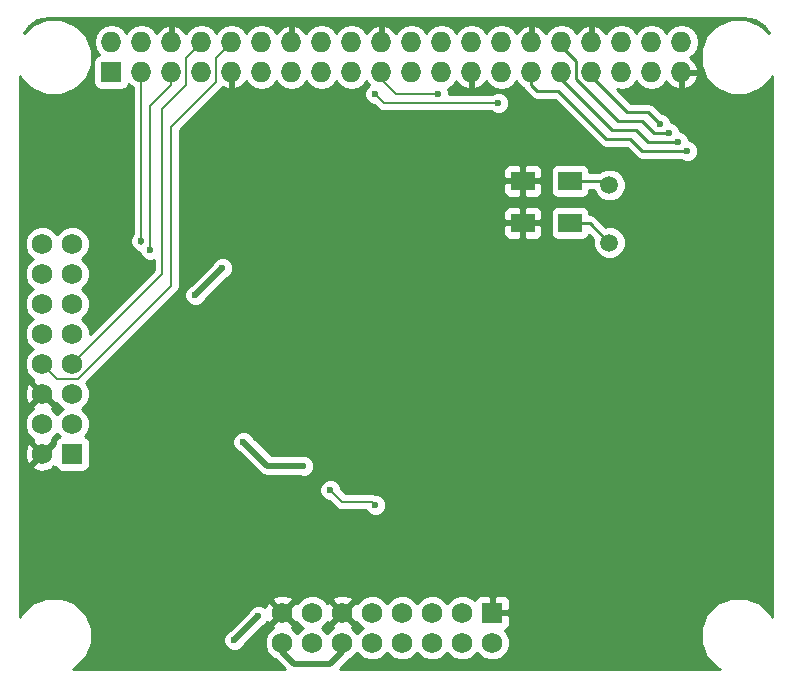
<source format=gbl>
G04 #@! TF.FileFunction,Copper,L2,Bot,Signal*
%FSLAX46Y46*%
G04 Gerber Fmt 4.6, Leading zero omitted, Abs format (unit mm)*
G04 Created by KiCad (PCBNEW 4.0.2-1.fc23-product) date Wed 14 Dec 2016 11:24:26 GMT*
%MOMM*%
G01*
G04 APERTURE LIST*
%ADD10C,0.100000*%
%ADD11R,1.727200X1.727200*%
%ADD12C,1.727200*%
%ADD13O,1.727200X1.727200*%
%ADD14R,2.000000X1.600000*%
%ADD15C,1.501140*%
%ADD16C,0.600000*%
%ADD17C,0.500000*%
%ADD18C,0.200000*%
%ADD19C,0.250000*%
%ADD20C,0.254000*%
G04 APERTURE END LIST*
D10*
D11*
X135890000Y-98044000D03*
D12*
X135890000Y-100584000D03*
X133350000Y-98044000D03*
X133350000Y-100584000D03*
X130810000Y-98044000D03*
X130810000Y-100584000D03*
X128270000Y-98044000D03*
X128270000Y-100584000D03*
X125730000Y-98044000D03*
X125730000Y-100584000D03*
X123190000Y-98044000D03*
X123190000Y-100584000D03*
X120650000Y-98044000D03*
X120650000Y-100584000D03*
X118110000Y-98044000D03*
X118110000Y-100584000D03*
D11*
X103620000Y-52260000D03*
D13*
X103620000Y-49720000D03*
X106160000Y-52260000D03*
X106160000Y-49720000D03*
X108700000Y-52260000D03*
X108700000Y-49720000D03*
X111240000Y-52260000D03*
X111240000Y-49720000D03*
X113780000Y-52260000D03*
X113780000Y-49720000D03*
X116320000Y-52260000D03*
X116320000Y-49720000D03*
X118860000Y-52260000D03*
X118860000Y-49720000D03*
X121400000Y-52260000D03*
X121400000Y-49720000D03*
X123940000Y-52260000D03*
X123940000Y-49720000D03*
X126480000Y-52260000D03*
X126480000Y-49720000D03*
X129020000Y-52260000D03*
X129020000Y-49720000D03*
X131560000Y-52260000D03*
X131560000Y-49720000D03*
X134100000Y-52260000D03*
X134100000Y-49720000D03*
X136640000Y-52260000D03*
X136640000Y-49720000D03*
X139180000Y-52260000D03*
X139180000Y-49720000D03*
X141720000Y-52260000D03*
X141720000Y-49720000D03*
X144260000Y-52260000D03*
X144260000Y-49720000D03*
X146800000Y-52260000D03*
X146800000Y-49720000D03*
X149340000Y-52260000D03*
X149340000Y-49720000D03*
X151880000Y-52260000D03*
X151880000Y-49720000D03*
D14*
X142462000Y-65024000D03*
X138462000Y-65024000D03*
X142462000Y-61468000D03*
X138462000Y-61468000D03*
D15*
X145796000Y-61821060D03*
X145796000Y-66702940D03*
D11*
X100330000Y-84582000D03*
D12*
X97790000Y-84582000D03*
X100330000Y-82042000D03*
X97790000Y-82042000D03*
X100330000Y-79502000D03*
X97790000Y-79502000D03*
X100330000Y-76962000D03*
X97790000Y-76962000D03*
X100330000Y-74422000D03*
X97790000Y-74422000D03*
X100330000Y-71882000D03*
X97790000Y-71882000D03*
X100330000Y-69342000D03*
X97790000Y-69342000D03*
X100330000Y-66802000D03*
X97790000Y-66802000D03*
D16*
X116078000Y-98298000D03*
X114046000Y-100330000D03*
X133096000Y-82550000D03*
X131032000Y-84582000D03*
X112776000Y-81026000D03*
X105918000Y-85852000D03*
X121015000Y-81645000D03*
X123444000Y-64262000D03*
X118364000Y-68580000D03*
X104394000Y-56134000D03*
X114808000Y-56642000D03*
X119126000Y-57150000D03*
X123952000Y-71882000D03*
X154940000Y-79502000D03*
X153924000Y-84836000D03*
X114554000Y-74930000D03*
X126270000Y-86646000D03*
X139700000Y-69088000D03*
X142494000Y-75438000D03*
X153670000Y-71882000D03*
X110744000Y-71120000D03*
X113030000Y-68834000D03*
X114808000Y-83566000D03*
X119888000Y-85598000D03*
X106172000Y-66548000D03*
X106934000Y-67310000D03*
X131318000Y-54102000D03*
X136398000Y-54864000D03*
X125984000Y-54102000D03*
X152400000Y-58928000D03*
X151638000Y-58166000D03*
X150876000Y-57404000D03*
X150114000Y-56642000D03*
X122174000Y-87630000D03*
X125984000Y-88900000D03*
D17*
X135890000Y-100584000D02*
X135890000Y-100838000D01*
X114046000Y-100330000D02*
X116078000Y-98298000D01*
X135890000Y-100584000D02*
X135636000Y-100584000D01*
X131032000Y-84582000D02*
X131064000Y-84582000D01*
X121015000Y-81645000D02*
X121126000Y-81534000D01*
X121126000Y-81534000D02*
X121158000Y-81534000D01*
X126270000Y-86646000D02*
X126238000Y-86614000D01*
X118110000Y-100584000D02*
X118110000Y-101346000D01*
X118110000Y-101346000D02*
X119126000Y-102362000D01*
X119126000Y-102362000D02*
X122174000Y-102362000D01*
X122174000Y-102362000D02*
X123190000Y-101346000D01*
X123190000Y-101346000D02*
X123190000Y-100584000D01*
X118110000Y-100584000D02*
X118110000Y-100838000D01*
X110744000Y-71120000D02*
X113030000Y-68834000D01*
X114808000Y-83566000D02*
X116840000Y-85598000D01*
X116840000Y-85598000D02*
X119888000Y-85598000D01*
D18*
X106172000Y-65532000D02*
X106172000Y-66802000D01*
X106160000Y-65520000D02*
X106172000Y-65532000D01*
X106160000Y-52260000D02*
X106160000Y-63996000D01*
X106160000Y-63996000D02*
X106160000Y-65520000D01*
X106172000Y-66802000D02*
X106172000Y-66548000D01*
X108700000Y-53352000D02*
X108700000Y-52260000D01*
X106934000Y-55118000D02*
X106934000Y-64008000D01*
X108700000Y-53352000D02*
X106934000Y-55118000D01*
X106934000Y-65786000D02*
X106934000Y-64008000D01*
X106934000Y-67310000D02*
X106934000Y-65786000D01*
X127762000Y-54102000D02*
X126480000Y-52820000D01*
X131318000Y-54102000D02*
X127762000Y-54102000D01*
X126480000Y-52820000D02*
X126480000Y-52260000D01*
D19*
X142462000Y-65024000D02*
X144117060Y-65024000D01*
X144117060Y-65024000D02*
X145796000Y-66702940D01*
X142462000Y-61468000D02*
X145442940Y-61468000D01*
X145442940Y-61468000D02*
X145796000Y-61821060D01*
D18*
X126746000Y-54864000D02*
X136398000Y-54864000D01*
X125984000Y-54102000D02*
X126746000Y-54864000D01*
D19*
X152400000Y-58928000D02*
X148590000Y-58928000D01*
X139180000Y-53328000D02*
X139180000Y-52260000D01*
X139700000Y-53848000D02*
X139180000Y-53328000D01*
X141478000Y-53848000D02*
X139700000Y-53848000D01*
X145542000Y-57912000D02*
X141478000Y-53848000D01*
X147574000Y-57912000D02*
X145542000Y-57912000D01*
X148590000Y-58928000D02*
X147574000Y-57912000D01*
X151638000Y-58166000D02*
X149098000Y-58166000D01*
X146050000Y-57150000D02*
X141720000Y-52820000D01*
X148082000Y-57150000D02*
X146050000Y-57150000D01*
X149098000Y-58166000D02*
X148082000Y-57150000D01*
X141720000Y-52820000D02*
X141720000Y-52260000D01*
X144018000Y-53848000D02*
X143002000Y-52832000D01*
X141720000Y-50026000D02*
X143002000Y-51308000D01*
X149606000Y-57404000D02*
X148590000Y-56388000D01*
X148590000Y-56388000D02*
X146558000Y-56388000D01*
X146558000Y-56388000D02*
X144018000Y-53848000D01*
X150876000Y-57404000D02*
X149606000Y-57404000D01*
X143002000Y-52832000D02*
X143002000Y-51308000D01*
X141720000Y-50026000D02*
X141720000Y-49720000D01*
X144260000Y-52260000D02*
X144260000Y-52566000D01*
X144260000Y-52566000D02*
X147320000Y-55626000D01*
X147320000Y-55626000D02*
X149098000Y-55626000D01*
X149098000Y-55626000D02*
X150114000Y-56642000D01*
D18*
X107950000Y-55372000D02*
X107950000Y-69342000D01*
X109982000Y-53340000D02*
X107950000Y-55372000D01*
X109982000Y-51054000D02*
X109982000Y-53340000D01*
X111240000Y-49796000D02*
X109982000Y-51054000D01*
X107950000Y-69342000D02*
X100330000Y-76962000D01*
X111240000Y-49720000D02*
X111240000Y-49796000D01*
X108966000Y-56642000D02*
X108712000Y-56896000D01*
X112522000Y-53086000D02*
X108966000Y-56642000D01*
X112522000Y-51054000D02*
X112522000Y-53086000D01*
X113780000Y-49796000D02*
X112522000Y-51054000D01*
X99060000Y-78232000D02*
X97790000Y-76962000D01*
X100838000Y-78232000D02*
X99060000Y-78232000D01*
X108712000Y-70358000D02*
X100838000Y-78232000D01*
X108712000Y-56896000D02*
X108712000Y-70358000D01*
X113780000Y-49720000D02*
X113780000Y-49796000D01*
X124206000Y-88646000D02*
X123190000Y-88646000D01*
X123190000Y-88646000D02*
X122174000Y-87630000D01*
X124206000Y-88646000D02*
X125730000Y-88646000D01*
X125730000Y-88646000D02*
X125984000Y-88900000D01*
D20*
G36*
X158133898Y-47856082D02*
X158883231Y-48356771D01*
X159292502Y-48969288D01*
X158580336Y-48255877D01*
X157394706Y-47763561D01*
X156110926Y-47762441D01*
X154924439Y-48252687D01*
X154015877Y-49159664D01*
X153523561Y-50345294D01*
X153522441Y-51629074D01*
X154012687Y-52815561D01*
X154919664Y-53724123D01*
X156105294Y-54216439D01*
X157389074Y-54217559D01*
X158575561Y-53727313D01*
X159484123Y-52820336D01*
X159573000Y-52606296D01*
X159573000Y-98371818D01*
X159487313Y-98164439D01*
X158580336Y-97255877D01*
X157394706Y-96763561D01*
X156110926Y-96762441D01*
X154924439Y-97252687D01*
X154015877Y-98159664D01*
X153523561Y-99345294D01*
X153522441Y-100629074D01*
X154012687Y-101815561D01*
X154919664Y-102724123D01*
X155133704Y-102813000D01*
X122963266Y-102813000D01*
X123810133Y-101966133D01*
X123833702Y-101930860D01*
X124033254Y-101848406D01*
X124452933Y-101429460D01*
X124459736Y-101413077D01*
X124465594Y-101427254D01*
X124884540Y-101846933D01*
X125432200Y-102074341D01*
X126025198Y-102074859D01*
X126573254Y-101848406D01*
X126992933Y-101429460D01*
X126999736Y-101413077D01*
X127005594Y-101427254D01*
X127424540Y-101846933D01*
X127972200Y-102074341D01*
X128565198Y-102074859D01*
X129113254Y-101848406D01*
X129532933Y-101429460D01*
X129539736Y-101413077D01*
X129545594Y-101427254D01*
X129964540Y-101846933D01*
X130512200Y-102074341D01*
X131105198Y-102074859D01*
X131653254Y-101848406D01*
X132072933Y-101429460D01*
X132079736Y-101413077D01*
X132085594Y-101427254D01*
X132504540Y-101846933D01*
X133052200Y-102074341D01*
X133645198Y-102074859D01*
X134193254Y-101848406D01*
X134612933Y-101429460D01*
X134619736Y-101413077D01*
X134625594Y-101427254D01*
X135044540Y-101846933D01*
X135592200Y-102074341D01*
X136185198Y-102074859D01*
X136733254Y-101848406D01*
X137152933Y-101429460D01*
X137380341Y-100881800D01*
X137380859Y-100288802D01*
X137154406Y-99740746D01*
X136934170Y-99520124D01*
X137113298Y-99445927D01*
X137291927Y-99267299D01*
X137388600Y-99033910D01*
X137388600Y-98329750D01*
X137229850Y-98171000D01*
X136017000Y-98171000D01*
X136017000Y-98191000D01*
X135763000Y-98191000D01*
X135763000Y-98171000D01*
X135743000Y-98171000D01*
X135743000Y-97917000D01*
X135763000Y-97917000D01*
X135763000Y-96704150D01*
X136017000Y-96704150D01*
X136017000Y-97917000D01*
X137229850Y-97917000D01*
X137388600Y-97758250D01*
X137388600Y-97054090D01*
X137291927Y-96820701D01*
X137113298Y-96642073D01*
X136879909Y-96545400D01*
X136175750Y-96545400D01*
X136017000Y-96704150D01*
X135763000Y-96704150D01*
X135604250Y-96545400D01*
X134900091Y-96545400D01*
X134666702Y-96642073D01*
X134488073Y-96820701D01*
X134413865Y-96999854D01*
X134195460Y-96781067D01*
X133647800Y-96553659D01*
X133054802Y-96553141D01*
X132506746Y-96779594D01*
X132087067Y-97198540D01*
X132080264Y-97214923D01*
X132074406Y-97200746D01*
X131655460Y-96781067D01*
X131107800Y-96553659D01*
X130514802Y-96553141D01*
X129966746Y-96779594D01*
X129547067Y-97198540D01*
X129540264Y-97214923D01*
X129534406Y-97200746D01*
X129115460Y-96781067D01*
X128567800Y-96553659D01*
X127974802Y-96553141D01*
X127426746Y-96779594D01*
X127007067Y-97198540D01*
X127000264Y-97214923D01*
X126994406Y-97200746D01*
X126575460Y-96781067D01*
X126027800Y-96553659D01*
X125434802Y-96553141D01*
X124886746Y-96779594D01*
X124467067Y-97198540D01*
X124451092Y-97237012D01*
X124243805Y-97169800D01*
X123369605Y-98044000D01*
X124243805Y-98918200D01*
X124450666Y-98851126D01*
X124465594Y-98887254D01*
X124884540Y-99306933D01*
X124900923Y-99313736D01*
X124886746Y-99319594D01*
X124467067Y-99738540D01*
X124460264Y-99754923D01*
X124454406Y-99740746D01*
X124035460Y-99321067D01*
X123996988Y-99305092D01*
X124064200Y-99097805D01*
X123190000Y-98223605D01*
X122315800Y-99097805D01*
X122382874Y-99304666D01*
X122346746Y-99319594D01*
X121927067Y-99738540D01*
X121920264Y-99754923D01*
X121914406Y-99740746D01*
X121495460Y-99321067D01*
X121479077Y-99314264D01*
X121493254Y-99308406D01*
X121912933Y-98889460D01*
X121928908Y-98850988D01*
X122136195Y-98918200D01*
X123010395Y-98044000D01*
X122136195Y-97169800D01*
X121929334Y-97236874D01*
X121914406Y-97200746D01*
X121704223Y-96990195D01*
X122315800Y-96990195D01*
X123190000Y-97864395D01*
X124064200Y-96990195D01*
X123982259Y-96737484D01*
X123421970Y-96533752D01*
X122826365Y-96559942D01*
X122397741Y-96737484D01*
X122315800Y-96990195D01*
X121704223Y-96990195D01*
X121495460Y-96781067D01*
X120947800Y-96553659D01*
X120354802Y-96553141D01*
X119806746Y-96779594D01*
X119387067Y-97198540D01*
X119371092Y-97237012D01*
X119163805Y-97169800D01*
X118289605Y-98044000D01*
X119163805Y-98918200D01*
X119370666Y-98851126D01*
X119385594Y-98887254D01*
X119804540Y-99306933D01*
X119820923Y-99313736D01*
X119806746Y-99319594D01*
X119387067Y-99738540D01*
X119380264Y-99754923D01*
X119374406Y-99740746D01*
X118955460Y-99321067D01*
X118916988Y-99305092D01*
X118984200Y-99097805D01*
X118110000Y-98223605D01*
X117235800Y-99097805D01*
X117302874Y-99304666D01*
X117266746Y-99319594D01*
X116847067Y-99738540D01*
X116619659Y-100286200D01*
X116619141Y-100879198D01*
X116845594Y-101427254D01*
X117264540Y-101846933D01*
X117466160Y-101930653D01*
X117489867Y-101966133D01*
X118336734Y-102813000D01*
X100368182Y-102813000D01*
X100575561Y-102727313D01*
X101484123Y-101820336D01*
X101976439Y-100634706D01*
X101976544Y-100513583D01*
X113118839Y-100513583D01*
X113259669Y-100854417D01*
X113520211Y-101115414D01*
X113860799Y-101256839D01*
X114229583Y-101257161D01*
X114570417Y-101116331D01*
X114831414Y-100855789D01*
X114881786Y-100734480D01*
X116482306Y-99133960D01*
X116602417Y-99084331D01*
X116839291Y-98847869D01*
X117056195Y-98918200D01*
X117930395Y-98044000D01*
X117056195Y-97169800D01*
X116803484Y-97251741D01*
X116680642Y-97589573D01*
X116603789Y-97512586D01*
X116263201Y-97371161D01*
X115894417Y-97370839D01*
X115553583Y-97511669D01*
X115292586Y-97772211D01*
X115242214Y-97893520D01*
X113641694Y-99494040D01*
X113521583Y-99543669D01*
X113260586Y-99804211D01*
X113119161Y-100144799D01*
X113118839Y-100513583D01*
X101976544Y-100513583D01*
X101977559Y-99350926D01*
X101487313Y-98164439D01*
X100580336Y-97255877D01*
X99940502Y-96990195D01*
X117235800Y-96990195D01*
X118110000Y-97864395D01*
X118984200Y-96990195D01*
X118902259Y-96737484D01*
X118341970Y-96533752D01*
X117746365Y-96559942D01*
X117317741Y-96737484D01*
X117235800Y-96990195D01*
X99940502Y-96990195D01*
X99394706Y-96763561D01*
X98110926Y-96762441D01*
X96924439Y-97252687D01*
X96015877Y-98159664D01*
X95927000Y-98373704D01*
X95927000Y-87813583D01*
X121246839Y-87813583D01*
X121387669Y-88154417D01*
X121648211Y-88415414D01*
X121988799Y-88556839D01*
X122072778Y-88556912D01*
X122675933Y-89160067D01*
X122911789Y-89317660D01*
X122957948Y-89326842D01*
X123190000Y-89373001D01*
X123190005Y-89373000D01*
X125176424Y-89373000D01*
X125197669Y-89424417D01*
X125458211Y-89685414D01*
X125798799Y-89826839D01*
X126167583Y-89827161D01*
X126508417Y-89686331D01*
X126769414Y-89425789D01*
X126910839Y-89085201D01*
X126911161Y-88716417D01*
X126770331Y-88375583D01*
X126509789Y-88114586D01*
X126169201Y-87973161D01*
X126001548Y-87973015D01*
X125962052Y-87965158D01*
X125730000Y-87918999D01*
X125729995Y-87919000D01*
X123491134Y-87919000D01*
X123101089Y-87528955D01*
X123101161Y-87446417D01*
X122960331Y-87105583D01*
X122699789Y-86844586D01*
X122359201Y-86703161D01*
X121990417Y-86702839D01*
X121649583Y-86843669D01*
X121388586Y-87104211D01*
X121247161Y-87444799D01*
X121246839Y-87813583D01*
X95927000Y-87813583D01*
X95927000Y-84350030D01*
X96279752Y-84350030D01*
X96305942Y-84945635D01*
X96483484Y-85374259D01*
X96736195Y-85456200D01*
X97610395Y-84582000D01*
X96736195Y-83707800D01*
X96483484Y-83789741D01*
X96279752Y-84350030D01*
X95927000Y-84350030D01*
X95927000Y-79270030D01*
X96279752Y-79270030D01*
X96305942Y-79865635D01*
X96483484Y-80294259D01*
X96736195Y-80376200D01*
X97610395Y-79502000D01*
X96736195Y-78627800D01*
X96483484Y-78709741D01*
X96279752Y-79270030D01*
X95927000Y-79270030D01*
X95927000Y-67097198D01*
X96299141Y-67097198D01*
X96525594Y-67645254D01*
X96944540Y-68064933D01*
X96960923Y-68071736D01*
X96946746Y-68077594D01*
X96527067Y-68496540D01*
X96299659Y-69044200D01*
X96299141Y-69637198D01*
X96525594Y-70185254D01*
X96944540Y-70604933D01*
X96960923Y-70611736D01*
X96946746Y-70617594D01*
X96527067Y-71036540D01*
X96299659Y-71584200D01*
X96299141Y-72177198D01*
X96525594Y-72725254D01*
X96944540Y-73144933D01*
X96960923Y-73151736D01*
X96946746Y-73157594D01*
X96527067Y-73576540D01*
X96299659Y-74124200D01*
X96299141Y-74717198D01*
X96525594Y-75265254D01*
X96944540Y-75684933D01*
X96960923Y-75691736D01*
X96946746Y-75697594D01*
X96527067Y-76116540D01*
X96299659Y-76664200D01*
X96299141Y-77257198D01*
X96525594Y-77805254D01*
X96944540Y-78224933D01*
X96983012Y-78240908D01*
X96915800Y-78448195D01*
X97790000Y-79322395D01*
X97804143Y-79308253D01*
X97983748Y-79487858D01*
X97969605Y-79502000D01*
X98843805Y-80376200D01*
X99050666Y-80309126D01*
X99065594Y-80345254D01*
X99484540Y-80764933D01*
X99500923Y-80771736D01*
X99486746Y-80777594D01*
X99067067Y-81196540D01*
X99060264Y-81212923D01*
X99054406Y-81198746D01*
X98635460Y-80779067D01*
X98596988Y-80763092D01*
X98664200Y-80555805D01*
X97790000Y-79681605D01*
X96915800Y-80555805D01*
X96982874Y-80762666D01*
X96946746Y-80777594D01*
X96527067Y-81196540D01*
X96299659Y-81744200D01*
X96299141Y-82337198D01*
X96525594Y-82885254D01*
X96944540Y-83304933D01*
X96983012Y-83320908D01*
X96915800Y-83528195D01*
X97790000Y-84402395D01*
X98664200Y-83528195D01*
X98597126Y-83321334D01*
X98633254Y-83306406D01*
X99052933Y-82887460D01*
X99059736Y-82871077D01*
X99065594Y-82885254D01*
X99291896Y-83111952D01*
X99234048Y-83122837D01*
X99020647Y-83260157D01*
X98877483Y-83469683D01*
X98827117Y-83718400D01*
X98827117Y-83724488D01*
X97969605Y-84582000D01*
X97983748Y-84596143D01*
X97804143Y-84775748D01*
X97790000Y-84761605D01*
X96915800Y-85635805D01*
X96997741Y-85888516D01*
X97558030Y-86092248D01*
X98153635Y-86066058D01*
X98582259Y-85888516D01*
X98664199Y-85635807D01*
X98778867Y-85750475D01*
X98867757Y-85661585D01*
X98870837Y-85677952D01*
X99008157Y-85891353D01*
X99217683Y-86034517D01*
X99466400Y-86084883D01*
X101193600Y-86084883D01*
X101425952Y-86041163D01*
X101639353Y-85903843D01*
X101782517Y-85694317D01*
X101832883Y-85445600D01*
X101832883Y-83749583D01*
X113880839Y-83749583D01*
X114021669Y-84090417D01*
X114282211Y-84351414D01*
X114403520Y-84401786D01*
X116219867Y-86218133D01*
X116504387Y-86408242D01*
X116840000Y-86475001D01*
X116840005Y-86475000D01*
X119582774Y-86475000D01*
X119702799Y-86524839D01*
X120071583Y-86525161D01*
X120412417Y-86384331D01*
X120673414Y-86123789D01*
X120814839Y-85783201D01*
X120815161Y-85414417D01*
X120674331Y-85073583D01*
X120413789Y-84812586D01*
X120073201Y-84671161D01*
X119704417Y-84670839D01*
X119583018Y-84721000D01*
X117203266Y-84721000D01*
X115643960Y-83161694D01*
X115594331Y-83041583D01*
X115333789Y-82780586D01*
X114993201Y-82639161D01*
X114624417Y-82638839D01*
X114283583Y-82779669D01*
X114022586Y-83040211D01*
X113881161Y-83380799D01*
X113880839Y-83749583D01*
X101832883Y-83749583D01*
X101832883Y-83718400D01*
X101789163Y-83486048D01*
X101651843Y-83272647D01*
X101442317Y-83129483D01*
X101365973Y-83114023D01*
X101592933Y-82887460D01*
X101820341Y-82339800D01*
X101820859Y-81746802D01*
X101594406Y-81198746D01*
X101175460Y-80779067D01*
X101159077Y-80772264D01*
X101173254Y-80766406D01*
X101592933Y-80347460D01*
X101820341Y-79799800D01*
X101820859Y-79206802D01*
X101594406Y-78658746D01*
X101516965Y-78581169D01*
X108794550Y-71303583D01*
X109816839Y-71303583D01*
X109957669Y-71644417D01*
X110218211Y-71905414D01*
X110558799Y-72046839D01*
X110927583Y-72047161D01*
X111268417Y-71906331D01*
X111529414Y-71645789D01*
X111579786Y-71524480D01*
X113434306Y-69669960D01*
X113554417Y-69620331D01*
X113815414Y-69359789D01*
X113956839Y-69019201D01*
X113957161Y-68650417D01*
X113816331Y-68309583D01*
X113555789Y-68048586D01*
X113215201Y-67907161D01*
X112846417Y-67906839D01*
X112505583Y-68047669D01*
X112244586Y-68308211D01*
X112194214Y-68429520D01*
X110339694Y-70284040D01*
X110219583Y-70333669D01*
X109958586Y-70594211D01*
X109817161Y-70934799D01*
X109816839Y-71303583D01*
X108794550Y-71303583D01*
X109226064Y-70872069D01*
X109226067Y-70872067D01*
X109383660Y-70636211D01*
X109383661Y-70636210D01*
X109439001Y-70358000D01*
X109439000Y-70357995D01*
X109439000Y-65309750D01*
X136827000Y-65309750D01*
X136827000Y-65950310D01*
X136923673Y-66183699D01*
X137102302Y-66362327D01*
X137335691Y-66459000D01*
X138176250Y-66459000D01*
X138335000Y-66300250D01*
X138335000Y-65151000D01*
X138589000Y-65151000D01*
X138589000Y-66300250D01*
X138747750Y-66459000D01*
X139588309Y-66459000D01*
X139821698Y-66362327D01*
X140000327Y-66183699D01*
X140097000Y-65950310D01*
X140097000Y-65309750D01*
X139938250Y-65151000D01*
X138589000Y-65151000D01*
X138335000Y-65151000D01*
X136985750Y-65151000D01*
X136827000Y-65309750D01*
X109439000Y-65309750D01*
X109439000Y-64097690D01*
X136827000Y-64097690D01*
X136827000Y-64738250D01*
X136985750Y-64897000D01*
X138335000Y-64897000D01*
X138335000Y-63747750D01*
X138589000Y-63747750D01*
X138589000Y-64897000D01*
X139938250Y-64897000D01*
X140097000Y-64738250D01*
X140097000Y-64224000D01*
X140822717Y-64224000D01*
X140822717Y-65824000D01*
X140866437Y-66056352D01*
X141003757Y-66269753D01*
X141213283Y-66412917D01*
X141462000Y-66463283D01*
X143462000Y-66463283D01*
X143694352Y-66419563D01*
X143907753Y-66282243D01*
X144050917Y-66072717D01*
X144059568Y-66029996D01*
X144430002Y-66400430D01*
X144418670Y-66427722D01*
X144418192Y-66975753D01*
X144627472Y-67482251D01*
X145014651Y-67870106D01*
X145520782Y-68080270D01*
X146068813Y-68080748D01*
X146575311Y-67871468D01*
X146963166Y-67484289D01*
X147173330Y-66978158D01*
X147173808Y-66430127D01*
X146964528Y-65923629D01*
X146577349Y-65535774D01*
X146071218Y-65325610D01*
X145523187Y-65325132D01*
X145493816Y-65337268D01*
X144648804Y-64492256D01*
X144404838Y-64329243D01*
X144117060Y-64272000D01*
X144101283Y-64272000D01*
X144101283Y-64224000D01*
X144057563Y-63991648D01*
X143920243Y-63778247D01*
X143710717Y-63635083D01*
X143462000Y-63584717D01*
X141462000Y-63584717D01*
X141229648Y-63628437D01*
X141016247Y-63765757D01*
X140873083Y-63975283D01*
X140822717Y-64224000D01*
X140097000Y-64224000D01*
X140097000Y-64097690D01*
X140000327Y-63864301D01*
X139821698Y-63685673D01*
X139588309Y-63589000D01*
X138747750Y-63589000D01*
X138589000Y-63747750D01*
X138335000Y-63747750D01*
X138176250Y-63589000D01*
X137335691Y-63589000D01*
X137102302Y-63685673D01*
X136923673Y-63864301D01*
X136827000Y-64097690D01*
X109439000Y-64097690D01*
X109439000Y-61753750D01*
X136827000Y-61753750D01*
X136827000Y-62394310D01*
X136923673Y-62627699D01*
X137102302Y-62806327D01*
X137335691Y-62903000D01*
X138176250Y-62903000D01*
X138335000Y-62744250D01*
X138335000Y-61595000D01*
X138589000Y-61595000D01*
X138589000Y-62744250D01*
X138747750Y-62903000D01*
X139588309Y-62903000D01*
X139821698Y-62806327D01*
X140000327Y-62627699D01*
X140097000Y-62394310D01*
X140097000Y-61753750D01*
X139938250Y-61595000D01*
X138589000Y-61595000D01*
X138335000Y-61595000D01*
X136985750Y-61595000D01*
X136827000Y-61753750D01*
X109439000Y-61753750D01*
X109439000Y-60541690D01*
X136827000Y-60541690D01*
X136827000Y-61182250D01*
X136985750Y-61341000D01*
X138335000Y-61341000D01*
X138335000Y-60191750D01*
X138589000Y-60191750D01*
X138589000Y-61341000D01*
X139938250Y-61341000D01*
X140097000Y-61182250D01*
X140097000Y-60668000D01*
X140822717Y-60668000D01*
X140822717Y-62268000D01*
X140866437Y-62500352D01*
X141003757Y-62713753D01*
X141213283Y-62856917D01*
X141462000Y-62907283D01*
X143462000Y-62907283D01*
X143694352Y-62863563D01*
X143907753Y-62726243D01*
X144050917Y-62516717D01*
X144101283Y-62268000D01*
X144101283Y-62220000D01*
X144470306Y-62220000D01*
X144627472Y-62600371D01*
X145014651Y-62988226D01*
X145520782Y-63198390D01*
X146068813Y-63198868D01*
X146575311Y-62989588D01*
X146963166Y-62602409D01*
X147173330Y-62096278D01*
X147173808Y-61548247D01*
X146964528Y-61041749D01*
X146577349Y-60653894D01*
X146071218Y-60443730D01*
X145523187Y-60443252D01*
X145016689Y-60652532D01*
X144953110Y-60716000D01*
X144101283Y-60716000D01*
X144101283Y-60668000D01*
X144057563Y-60435648D01*
X143920243Y-60222247D01*
X143710717Y-60079083D01*
X143462000Y-60028717D01*
X141462000Y-60028717D01*
X141229648Y-60072437D01*
X141016247Y-60209757D01*
X140873083Y-60419283D01*
X140822717Y-60668000D01*
X140097000Y-60668000D01*
X140097000Y-60541690D01*
X140000327Y-60308301D01*
X139821698Y-60129673D01*
X139588309Y-60033000D01*
X138747750Y-60033000D01*
X138589000Y-60191750D01*
X138335000Y-60191750D01*
X138176250Y-60033000D01*
X137335691Y-60033000D01*
X137102302Y-60129673D01*
X136923673Y-60308301D01*
X136827000Y-60541690D01*
X109439000Y-60541690D01*
X109439000Y-57197133D01*
X109480064Y-57156069D01*
X109480067Y-57156067D01*
X113036064Y-53600069D01*
X113036067Y-53600067D01*
X113059373Y-53565187D01*
X113420974Y-53714958D01*
X113653000Y-53593817D01*
X113653000Y-52387000D01*
X113633000Y-52387000D01*
X113633000Y-52133000D01*
X113653000Y-52133000D01*
X113653000Y-52113000D01*
X113907000Y-52113000D01*
X113907000Y-52133000D01*
X113927000Y-52133000D01*
X113927000Y-52387000D01*
X113907000Y-52387000D01*
X113907000Y-53593817D01*
X114139026Y-53714958D01*
X114554947Y-53542688D01*
X114986821Y-53148490D01*
X115048269Y-53017379D01*
X115265987Y-53343216D01*
X115749572Y-53666338D01*
X116320000Y-53779803D01*
X116890428Y-53666338D01*
X117374013Y-53343216D01*
X117590000Y-53019969D01*
X117805987Y-53343216D01*
X118289572Y-53666338D01*
X118860000Y-53779803D01*
X119430428Y-53666338D01*
X119914013Y-53343216D01*
X120130000Y-53019969D01*
X120345987Y-53343216D01*
X120829572Y-53666338D01*
X121400000Y-53779803D01*
X121970428Y-53666338D01*
X122454013Y-53343216D01*
X122670000Y-53019969D01*
X122885987Y-53343216D01*
X123369572Y-53666338D01*
X123940000Y-53779803D01*
X124510428Y-53666338D01*
X124994013Y-53343216D01*
X125210000Y-53019969D01*
X125425987Y-53343216D01*
X125429582Y-53345618D01*
X125198586Y-53576211D01*
X125057161Y-53916799D01*
X125056839Y-54285583D01*
X125197669Y-54626417D01*
X125458211Y-54887414D01*
X125798799Y-55028839D01*
X125882779Y-55028912D01*
X126231931Y-55378064D01*
X126231933Y-55378067D01*
X126467789Y-55535660D01*
X126513948Y-55544842D01*
X126746000Y-55591001D01*
X126746005Y-55591000D01*
X135813899Y-55591000D01*
X135872211Y-55649414D01*
X136212799Y-55790839D01*
X136581583Y-55791161D01*
X136922417Y-55650331D01*
X137183414Y-55389789D01*
X137324839Y-55049201D01*
X137325161Y-54680417D01*
X137184331Y-54339583D01*
X136923789Y-54078586D01*
X136583201Y-53937161D01*
X136214417Y-53936839D01*
X135873583Y-54077669D01*
X135814148Y-54137000D01*
X132244970Y-54137000D01*
X132245161Y-53918417D01*
X132138716Y-53660800D01*
X132614013Y-53343216D01*
X132831731Y-53017379D01*
X132893179Y-53148490D01*
X133325053Y-53542688D01*
X133740974Y-53714958D01*
X133973000Y-53593817D01*
X133973000Y-52387000D01*
X133953000Y-52387000D01*
X133953000Y-52133000D01*
X133973000Y-52133000D01*
X133973000Y-52113000D01*
X134227000Y-52113000D01*
X134227000Y-52133000D01*
X134247000Y-52133000D01*
X134247000Y-52387000D01*
X134227000Y-52387000D01*
X134227000Y-53593817D01*
X134459026Y-53714958D01*
X134874947Y-53542688D01*
X135306821Y-53148490D01*
X135368269Y-53017379D01*
X135585987Y-53343216D01*
X136069572Y-53666338D01*
X136640000Y-53779803D01*
X137210428Y-53666338D01*
X137694013Y-53343216D01*
X137910000Y-53019969D01*
X138125987Y-53343216D01*
X138477784Y-53578280D01*
X138485243Y-53615778D01*
X138648256Y-53859744D01*
X139168256Y-54379744D01*
X139412222Y-54542757D01*
X139700000Y-54600000D01*
X141166512Y-54600000D01*
X145010256Y-58443744D01*
X145254222Y-58606757D01*
X145542000Y-58664000D01*
X147262512Y-58664000D01*
X148058256Y-59459744D01*
X148302222Y-59622757D01*
X148590000Y-59680000D01*
X151840855Y-59680000D01*
X151874211Y-59713414D01*
X152214799Y-59854839D01*
X152583583Y-59855161D01*
X152924417Y-59714331D01*
X153185414Y-59453789D01*
X153326839Y-59113201D01*
X153327161Y-58744417D01*
X153186331Y-58403583D01*
X152925789Y-58142586D01*
X152585201Y-58001161D01*
X152565145Y-58001143D01*
X152565161Y-57982417D01*
X152424331Y-57641583D01*
X152163789Y-57380586D01*
X151823201Y-57239161D01*
X151803145Y-57239143D01*
X151803161Y-57220417D01*
X151662331Y-56879583D01*
X151401789Y-56618586D01*
X151061201Y-56477161D01*
X151041145Y-56477143D01*
X151041161Y-56458417D01*
X150900331Y-56117583D01*
X150639789Y-55856586D01*
X150299201Y-55715161D01*
X150250607Y-55715119D01*
X149629744Y-55094256D01*
X149385778Y-54931243D01*
X149098000Y-54874000D01*
X147631489Y-54874000D01*
X146472060Y-53714572D01*
X146800000Y-53779803D01*
X147370428Y-53666338D01*
X147854013Y-53343216D01*
X148070000Y-53019969D01*
X148285987Y-53343216D01*
X148769572Y-53666338D01*
X149340000Y-53779803D01*
X149910428Y-53666338D01*
X150394013Y-53343216D01*
X150611731Y-53017379D01*
X150673179Y-53148490D01*
X151105053Y-53542688D01*
X151520974Y-53714958D01*
X151753000Y-53593817D01*
X151753000Y-52387000D01*
X152007000Y-52387000D01*
X152007000Y-53593817D01*
X152239026Y-53714958D01*
X152654947Y-53542688D01*
X153086821Y-53148490D01*
X153334968Y-52619027D01*
X153214469Y-52387000D01*
X152007000Y-52387000D01*
X151753000Y-52387000D01*
X151733000Y-52387000D01*
X151733000Y-52133000D01*
X151753000Y-52133000D01*
X151753000Y-52113000D01*
X152007000Y-52113000D01*
X152007000Y-52133000D01*
X153214469Y-52133000D01*
X153334968Y-51900973D01*
X153086821Y-51371510D01*
X152662772Y-50984454D01*
X152934013Y-50803216D01*
X153257135Y-50319631D01*
X153370600Y-49749203D01*
X153370600Y-49690797D01*
X153257135Y-49120369D01*
X152934013Y-48636784D01*
X152450428Y-48313662D01*
X151880000Y-48200197D01*
X151309572Y-48313662D01*
X150825987Y-48636784D01*
X150610000Y-48960031D01*
X150394013Y-48636784D01*
X149910428Y-48313662D01*
X149340000Y-48200197D01*
X148769572Y-48313662D01*
X148285987Y-48636784D01*
X148070000Y-48960031D01*
X147854013Y-48636784D01*
X147370428Y-48313662D01*
X146800000Y-48200197D01*
X146229572Y-48313662D01*
X145745987Y-48636784D01*
X145528269Y-48962621D01*
X145466821Y-48831510D01*
X145034947Y-48437312D01*
X144619026Y-48265042D01*
X144387000Y-48386183D01*
X144387000Y-49593000D01*
X144407000Y-49593000D01*
X144407000Y-49847000D01*
X144387000Y-49847000D01*
X144387000Y-49867000D01*
X144133000Y-49867000D01*
X144133000Y-49847000D01*
X144113000Y-49847000D01*
X144113000Y-49593000D01*
X144133000Y-49593000D01*
X144133000Y-48386183D01*
X143900974Y-48265042D01*
X143485053Y-48437312D01*
X143053179Y-48831510D01*
X142991731Y-48962621D01*
X142774013Y-48636784D01*
X142290428Y-48313662D01*
X141720000Y-48200197D01*
X141149572Y-48313662D01*
X140665987Y-48636784D01*
X140448269Y-48962621D01*
X140386821Y-48831510D01*
X139954947Y-48437312D01*
X139539026Y-48265042D01*
X139307000Y-48386183D01*
X139307000Y-49593000D01*
X139327000Y-49593000D01*
X139327000Y-49847000D01*
X139307000Y-49847000D01*
X139307000Y-49867000D01*
X139053000Y-49867000D01*
X139053000Y-49847000D01*
X139033000Y-49847000D01*
X139033000Y-49593000D01*
X139053000Y-49593000D01*
X139053000Y-48386183D01*
X138820974Y-48265042D01*
X138405053Y-48437312D01*
X137973179Y-48831510D01*
X137911731Y-48962621D01*
X137694013Y-48636784D01*
X137210428Y-48313662D01*
X136640000Y-48200197D01*
X136069572Y-48313662D01*
X135585987Y-48636784D01*
X135370000Y-48960031D01*
X135154013Y-48636784D01*
X134670428Y-48313662D01*
X134100000Y-48200197D01*
X133529572Y-48313662D01*
X133045987Y-48636784D01*
X132830000Y-48960031D01*
X132614013Y-48636784D01*
X132130428Y-48313662D01*
X131560000Y-48200197D01*
X130989572Y-48313662D01*
X130505987Y-48636784D01*
X130290000Y-48960031D01*
X130074013Y-48636784D01*
X129590428Y-48313662D01*
X129020000Y-48200197D01*
X128449572Y-48313662D01*
X127965987Y-48636784D01*
X127748269Y-48962621D01*
X127686821Y-48831510D01*
X127254947Y-48437312D01*
X126839026Y-48265042D01*
X126607000Y-48386183D01*
X126607000Y-49593000D01*
X126627000Y-49593000D01*
X126627000Y-49847000D01*
X126607000Y-49847000D01*
X126607000Y-49867000D01*
X126353000Y-49867000D01*
X126353000Y-49847000D01*
X126333000Y-49847000D01*
X126333000Y-49593000D01*
X126353000Y-49593000D01*
X126353000Y-48386183D01*
X126120974Y-48265042D01*
X125705053Y-48437312D01*
X125273179Y-48831510D01*
X125211731Y-48962621D01*
X124994013Y-48636784D01*
X124510428Y-48313662D01*
X123940000Y-48200197D01*
X123369572Y-48313662D01*
X122885987Y-48636784D01*
X122670000Y-48960031D01*
X122454013Y-48636784D01*
X121970428Y-48313662D01*
X121400000Y-48200197D01*
X120829572Y-48313662D01*
X120345987Y-48636784D01*
X120128269Y-48962621D01*
X120066821Y-48831510D01*
X119634947Y-48437312D01*
X119219026Y-48265042D01*
X118987000Y-48386183D01*
X118987000Y-49593000D01*
X119007000Y-49593000D01*
X119007000Y-49847000D01*
X118987000Y-49847000D01*
X118987000Y-49867000D01*
X118733000Y-49867000D01*
X118733000Y-49847000D01*
X118713000Y-49847000D01*
X118713000Y-49593000D01*
X118733000Y-49593000D01*
X118733000Y-48386183D01*
X118500974Y-48265042D01*
X118085053Y-48437312D01*
X117653179Y-48831510D01*
X117591731Y-48962621D01*
X117374013Y-48636784D01*
X116890428Y-48313662D01*
X116320000Y-48200197D01*
X115749572Y-48313662D01*
X115265987Y-48636784D01*
X115050000Y-48960031D01*
X114834013Y-48636784D01*
X114350428Y-48313662D01*
X113780000Y-48200197D01*
X113209572Y-48313662D01*
X112725987Y-48636784D01*
X112510000Y-48960031D01*
X112294013Y-48636784D01*
X111810428Y-48313662D01*
X111240000Y-48200197D01*
X110669572Y-48313662D01*
X110185987Y-48636784D01*
X109968269Y-48962621D01*
X109906821Y-48831510D01*
X109474947Y-48437312D01*
X109059026Y-48265042D01*
X108827000Y-48386183D01*
X108827000Y-49593000D01*
X108847000Y-49593000D01*
X108847000Y-49847000D01*
X108827000Y-49847000D01*
X108827000Y-49867000D01*
X108573000Y-49867000D01*
X108573000Y-49847000D01*
X108553000Y-49847000D01*
X108553000Y-49593000D01*
X108573000Y-49593000D01*
X108573000Y-48386183D01*
X108340974Y-48265042D01*
X107925053Y-48437312D01*
X107493179Y-48831510D01*
X107431731Y-48962621D01*
X107214013Y-48636784D01*
X106730428Y-48313662D01*
X106160000Y-48200197D01*
X105589572Y-48313662D01*
X105105987Y-48636784D01*
X104890000Y-48960031D01*
X104674013Y-48636784D01*
X104190428Y-48313662D01*
X103620000Y-48200197D01*
X103049572Y-48313662D01*
X102565987Y-48636784D01*
X102242865Y-49120369D01*
X102129400Y-49690797D01*
X102129400Y-49749203D01*
X102242865Y-50319631D01*
X102559891Y-50794093D01*
X102524048Y-50800837D01*
X102310647Y-50938157D01*
X102167483Y-51147683D01*
X102117117Y-51396400D01*
X102117117Y-53123600D01*
X102160837Y-53355952D01*
X102298157Y-53569353D01*
X102507683Y-53712517D01*
X102756400Y-53762883D01*
X104483600Y-53762883D01*
X104715952Y-53719163D01*
X104929353Y-53581843D01*
X105072517Y-53372317D01*
X105084824Y-53311543D01*
X105105987Y-53343216D01*
X105433000Y-53561720D01*
X105433000Y-65519995D01*
X105432999Y-65520000D01*
X105445000Y-65580331D01*
X105445000Y-65963899D01*
X105386586Y-66022211D01*
X105245161Y-66362799D01*
X105244839Y-66731583D01*
X105385669Y-67072417D01*
X105646211Y-67333414D01*
X105745759Y-67374750D01*
X105893789Y-67473660D01*
X106007993Y-67496377D01*
X106147669Y-67834417D01*
X106408211Y-68095414D01*
X106748799Y-68236839D01*
X107117583Y-68237161D01*
X107223000Y-68193604D01*
X107223000Y-69040867D01*
X101820583Y-74443284D01*
X101820859Y-74126802D01*
X101594406Y-73578746D01*
X101175460Y-73159067D01*
X101159077Y-73152264D01*
X101173254Y-73146406D01*
X101592933Y-72727460D01*
X101820341Y-72179800D01*
X101820859Y-71586802D01*
X101594406Y-71038746D01*
X101175460Y-70619067D01*
X101159077Y-70612264D01*
X101173254Y-70606406D01*
X101592933Y-70187460D01*
X101820341Y-69639800D01*
X101820859Y-69046802D01*
X101594406Y-68498746D01*
X101175460Y-68079067D01*
X101159077Y-68072264D01*
X101173254Y-68066406D01*
X101592933Y-67647460D01*
X101820341Y-67099800D01*
X101820859Y-66506802D01*
X101594406Y-65958746D01*
X101175460Y-65539067D01*
X100627800Y-65311659D01*
X100034802Y-65311141D01*
X99486746Y-65537594D01*
X99067067Y-65956540D01*
X99060264Y-65972923D01*
X99054406Y-65958746D01*
X98635460Y-65539067D01*
X98087800Y-65311659D01*
X97494802Y-65311141D01*
X96946746Y-65537594D01*
X96527067Y-65956540D01*
X96299659Y-66504200D01*
X96299141Y-67097198D01*
X95927000Y-67097198D01*
X95927000Y-52608182D01*
X96012687Y-52815561D01*
X96919664Y-53724123D01*
X98105294Y-54216439D01*
X99389074Y-54217559D01*
X100575561Y-53727313D01*
X101484123Y-52820336D01*
X101976439Y-51634706D01*
X101977559Y-50350926D01*
X101487313Y-49164439D01*
X100580336Y-48255877D01*
X99394706Y-47763561D01*
X98110926Y-47762441D01*
X96924439Y-48252687D01*
X96209325Y-48966553D01*
X96616771Y-48356769D01*
X97366102Y-47856082D01*
X98316680Y-47667000D01*
X157183320Y-47667000D01*
X158133898Y-47856082D01*
X158133898Y-47856082D01*
G37*
X158133898Y-47856082D02*
X158883231Y-48356771D01*
X159292502Y-48969288D01*
X158580336Y-48255877D01*
X157394706Y-47763561D01*
X156110926Y-47762441D01*
X154924439Y-48252687D01*
X154015877Y-49159664D01*
X153523561Y-50345294D01*
X153522441Y-51629074D01*
X154012687Y-52815561D01*
X154919664Y-53724123D01*
X156105294Y-54216439D01*
X157389074Y-54217559D01*
X158575561Y-53727313D01*
X159484123Y-52820336D01*
X159573000Y-52606296D01*
X159573000Y-98371818D01*
X159487313Y-98164439D01*
X158580336Y-97255877D01*
X157394706Y-96763561D01*
X156110926Y-96762441D01*
X154924439Y-97252687D01*
X154015877Y-98159664D01*
X153523561Y-99345294D01*
X153522441Y-100629074D01*
X154012687Y-101815561D01*
X154919664Y-102724123D01*
X155133704Y-102813000D01*
X122963266Y-102813000D01*
X123810133Y-101966133D01*
X123833702Y-101930860D01*
X124033254Y-101848406D01*
X124452933Y-101429460D01*
X124459736Y-101413077D01*
X124465594Y-101427254D01*
X124884540Y-101846933D01*
X125432200Y-102074341D01*
X126025198Y-102074859D01*
X126573254Y-101848406D01*
X126992933Y-101429460D01*
X126999736Y-101413077D01*
X127005594Y-101427254D01*
X127424540Y-101846933D01*
X127972200Y-102074341D01*
X128565198Y-102074859D01*
X129113254Y-101848406D01*
X129532933Y-101429460D01*
X129539736Y-101413077D01*
X129545594Y-101427254D01*
X129964540Y-101846933D01*
X130512200Y-102074341D01*
X131105198Y-102074859D01*
X131653254Y-101848406D01*
X132072933Y-101429460D01*
X132079736Y-101413077D01*
X132085594Y-101427254D01*
X132504540Y-101846933D01*
X133052200Y-102074341D01*
X133645198Y-102074859D01*
X134193254Y-101848406D01*
X134612933Y-101429460D01*
X134619736Y-101413077D01*
X134625594Y-101427254D01*
X135044540Y-101846933D01*
X135592200Y-102074341D01*
X136185198Y-102074859D01*
X136733254Y-101848406D01*
X137152933Y-101429460D01*
X137380341Y-100881800D01*
X137380859Y-100288802D01*
X137154406Y-99740746D01*
X136934170Y-99520124D01*
X137113298Y-99445927D01*
X137291927Y-99267299D01*
X137388600Y-99033910D01*
X137388600Y-98329750D01*
X137229850Y-98171000D01*
X136017000Y-98171000D01*
X136017000Y-98191000D01*
X135763000Y-98191000D01*
X135763000Y-98171000D01*
X135743000Y-98171000D01*
X135743000Y-97917000D01*
X135763000Y-97917000D01*
X135763000Y-96704150D01*
X136017000Y-96704150D01*
X136017000Y-97917000D01*
X137229850Y-97917000D01*
X137388600Y-97758250D01*
X137388600Y-97054090D01*
X137291927Y-96820701D01*
X137113298Y-96642073D01*
X136879909Y-96545400D01*
X136175750Y-96545400D01*
X136017000Y-96704150D01*
X135763000Y-96704150D01*
X135604250Y-96545400D01*
X134900091Y-96545400D01*
X134666702Y-96642073D01*
X134488073Y-96820701D01*
X134413865Y-96999854D01*
X134195460Y-96781067D01*
X133647800Y-96553659D01*
X133054802Y-96553141D01*
X132506746Y-96779594D01*
X132087067Y-97198540D01*
X132080264Y-97214923D01*
X132074406Y-97200746D01*
X131655460Y-96781067D01*
X131107800Y-96553659D01*
X130514802Y-96553141D01*
X129966746Y-96779594D01*
X129547067Y-97198540D01*
X129540264Y-97214923D01*
X129534406Y-97200746D01*
X129115460Y-96781067D01*
X128567800Y-96553659D01*
X127974802Y-96553141D01*
X127426746Y-96779594D01*
X127007067Y-97198540D01*
X127000264Y-97214923D01*
X126994406Y-97200746D01*
X126575460Y-96781067D01*
X126027800Y-96553659D01*
X125434802Y-96553141D01*
X124886746Y-96779594D01*
X124467067Y-97198540D01*
X124451092Y-97237012D01*
X124243805Y-97169800D01*
X123369605Y-98044000D01*
X124243805Y-98918200D01*
X124450666Y-98851126D01*
X124465594Y-98887254D01*
X124884540Y-99306933D01*
X124900923Y-99313736D01*
X124886746Y-99319594D01*
X124467067Y-99738540D01*
X124460264Y-99754923D01*
X124454406Y-99740746D01*
X124035460Y-99321067D01*
X123996988Y-99305092D01*
X124064200Y-99097805D01*
X123190000Y-98223605D01*
X122315800Y-99097805D01*
X122382874Y-99304666D01*
X122346746Y-99319594D01*
X121927067Y-99738540D01*
X121920264Y-99754923D01*
X121914406Y-99740746D01*
X121495460Y-99321067D01*
X121479077Y-99314264D01*
X121493254Y-99308406D01*
X121912933Y-98889460D01*
X121928908Y-98850988D01*
X122136195Y-98918200D01*
X123010395Y-98044000D01*
X122136195Y-97169800D01*
X121929334Y-97236874D01*
X121914406Y-97200746D01*
X121704223Y-96990195D01*
X122315800Y-96990195D01*
X123190000Y-97864395D01*
X124064200Y-96990195D01*
X123982259Y-96737484D01*
X123421970Y-96533752D01*
X122826365Y-96559942D01*
X122397741Y-96737484D01*
X122315800Y-96990195D01*
X121704223Y-96990195D01*
X121495460Y-96781067D01*
X120947800Y-96553659D01*
X120354802Y-96553141D01*
X119806746Y-96779594D01*
X119387067Y-97198540D01*
X119371092Y-97237012D01*
X119163805Y-97169800D01*
X118289605Y-98044000D01*
X119163805Y-98918200D01*
X119370666Y-98851126D01*
X119385594Y-98887254D01*
X119804540Y-99306933D01*
X119820923Y-99313736D01*
X119806746Y-99319594D01*
X119387067Y-99738540D01*
X119380264Y-99754923D01*
X119374406Y-99740746D01*
X118955460Y-99321067D01*
X118916988Y-99305092D01*
X118984200Y-99097805D01*
X118110000Y-98223605D01*
X117235800Y-99097805D01*
X117302874Y-99304666D01*
X117266746Y-99319594D01*
X116847067Y-99738540D01*
X116619659Y-100286200D01*
X116619141Y-100879198D01*
X116845594Y-101427254D01*
X117264540Y-101846933D01*
X117466160Y-101930653D01*
X117489867Y-101966133D01*
X118336734Y-102813000D01*
X100368182Y-102813000D01*
X100575561Y-102727313D01*
X101484123Y-101820336D01*
X101976439Y-100634706D01*
X101976544Y-100513583D01*
X113118839Y-100513583D01*
X113259669Y-100854417D01*
X113520211Y-101115414D01*
X113860799Y-101256839D01*
X114229583Y-101257161D01*
X114570417Y-101116331D01*
X114831414Y-100855789D01*
X114881786Y-100734480D01*
X116482306Y-99133960D01*
X116602417Y-99084331D01*
X116839291Y-98847869D01*
X117056195Y-98918200D01*
X117930395Y-98044000D01*
X117056195Y-97169800D01*
X116803484Y-97251741D01*
X116680642Y-97589573D01*
X116603789Y-97512586D01*
X116263201Y-97371161D01*
X115894417Y-97370839D01*
X115553583Y-97511669D01*
X115292586Y-97772211D01*
X115242214Y-97893520D01*
X113641694Y-99494040D01*
X113521583Y-99543669D01*
X113260586Y-99804211D01*
X113119161Y-100144799D01*
X113118839Y-100513583D01*
X101976544Y-100513583D01*
X101977559Y-99350926D01*
X101487313Y-98164439D01*
X100580336Y-97255877D01*
X99940502Y-96990195D01*
X117235800Y-96990195D01*
X118110000Y-97864395D01*
X118984200Y-96990195D01*
X118902259Y-96737484D01*
X118341970Y-96533752D01*
X117746365Y-96559942D01*
X117317741Y-96737484D01*
X117235800Y-96990195D01*
X99940502Y-96990195D01*
X99394706Y-96763561D01*
X98110926Y-96762441D01*
X96924439Y-97252687D01*
X96015877Y-98159664D01*
X95927000Y-98373704D01*
X95927000Y-87813583D01*
X121246839Y-87813583D01*
X121387669Y-88154417D01*
X121648211Y-88415414D01*
X121988799Y-88556839D01*
X122072778Y-88556912D01*
X122675933Y-89160067D01*
X122911789Y-89317660D01*
X122957948Y-89326842D01*
X123190000Y-89373001D01*
X123190005Y-89373000D01*
X125176424Y-89373000D01*
X125197669Y-89424417D01*
X125458211Y-89685414D01*
X125798799Y-89826839D01*
X126167583Y-89827161D01*
X126508417Y-89686331D01*
X126769414Y-89425789D01*
X126910839Y-89085201D01*
X126911161Y-88716417D01*
X126770331Y-88375583D01*
X126509789Y-88114586D01*
X126169201Y-87973161D01*
X126001548Y-87973015D01*
X125962052Y-87965158D01*
X125730000Y-87918999D01*
X125729995Y-87919000D01*
X123491134Y-87919000D01*
X123101089Y-87528955D01*
X123101161Y-87446417D01*
X122960331Y-87105583D01*
X122699789Y-86844586D01*
X122359201Y-86703161D01*
X121990417Y-86702839D01*
X121649583Y-86843669D01*
X121388586Y-87104211D01*
X121247161Y-87444799D01*
X121246839Y-87813583D01*
X95927000Y-87813583D01*
X95927000Y-84350030D01*
X96279752Y-84350030D01*
X96305942Y-84945635D01*
X96483484Y-85374259D01*
X96736195Y-85456200D01*
X97610395Y-84582000D01*
X96736195Y-83707800D01*
X96483484Y-83789741D01*
X96279752Y-84350030D01*
X95927000Y-84350030D01*
X95927000Y-79270030D01*
X96279752Y-79270030D01*
X96305942Y-79865635D01*
X96483484Y-80294259D01*
X96736195Y-80376200D01*
X97610395Y-79502000D01*
X96736195Y-78627800D01*
X96483484Y-78709741D01*
X96279752Y-79270030D01*
X95927000Y-79270030D01*
X95927000Y-67097198D01*
X96299141Y-67097198D01*
X96525594Y-67645254D01*
X96944540Y-68064933D01*
X96960923Y-68071736D01*
X96946746Y-68077594D01*
X96527067Y-68496540D01*
X96299659Y-69044200D01*
X96299141Y-69637198D01*
X96525594Y-70185254D01*
X96944540Y-70604933D01*
X96960923Y-70611736D01*
X96946746Y-70617594D01*
X96527067Y-71036540D01*
X96299659Y-71584200D01*
X96299141Y-72177198D01*
X96525594Y-72725254D01*
X96944540Y-73144933D01*
X96960923Y-73151736D01*
X96946746Y-73157594D01*
X96527067Y-73576540D01*
X96299659Y-74124200D01*
X96299141Y-74717198D01*
X96525594Y-75265254D01*
X96944540Y-75684933D01*
X96960923Y-75691736D01*
X96946746Y-75697594D01*
X96527067Y-76116540D01*
X96299659Y-76664200D01*
X96299141Y-77257198D01*
X96525594Y-77805254D01*
X96944540Y-78224933D01*
X96983012Y-78240908D01*
X96915800Y-78448195D01*
X97790000Y-79322395D01*
X97804143Y-79308253D01*
X97983748Y-79487858D01*
X97969605Y-79502000D01*
X98843805Y-80376200D01*
X99050666Y-80309126D01*
X99065594Y-80345254D01*
X99484540Y-80764933D01*
X99500923Y-80771736D01*
X99486746Y-80777594D01*
X99067067Y-81196540D01*
X99060264Y-81212923D01*
X99054406Y-81198746D01*
X98635460Y-80779067D01*
X98596988Y-80763092D01*
X98664200Y-80555805D01*
X97790000Y-79681605D01*
X96915800Y-80555805D01*
X96982874Y-80762666D01*
X96946746Y-80777594D01*
X96527067Y-81196540D01*
X96299659Y-81744200D01*
X96299141Y-82337198D01*
X96525594Y-82885254D01*
X96944540Y-83304933D01*
X96983012Y-83320908D01*
X96915800Y-83528195D01*
X97790000Y-84402395D01*
X98664200Y-83528195D01*
X98597126Y-83321334D01*
X98633254Y-83306406D01*
X99052933Y-82887460D01*
X99059736Y-82871077D01*
X99065594Y-82885254D01*
X99291896Y-83111952D01*
X99234048Y-83122837D01*
X99020647Y-83260157D01*
X98877483Y-83469683D01*
X98827117Y-83718400D01*
X98827117Y-83724488D01*
X97969605Y-84582000D01*
X97983748Y-84596143D01*
X97804143Y-84775748D01*
X97790000Y-84761605D01*
X96915800Y-85635805D01*
X96997741Y-85888516D01*
X97558030Y-86092248D01*
X98153635Y-86066058D01*
X98582259Y-85888516D01*
X98664199Y-85635807D01*
X98778867Y-85750475D01*
X98867757Y-85661585D01*
X98870837Y-85677952D01*
X99008157Y-85891353D01*
X99217683Y-86034517D01*
X99466400Y-86084883D01*
X101193600Y-86084883D01*
X101425952Y-86041163D01*
X101639353Y-85903843D01*
X101782517Y-85694317D01*
X101832883Y-85445600D01*
X101832883Y-83749583D01*
X113880839Y-83749583D01*
X114021669Y-84090417D01*
X114282211Y-84351414D01*
X114403520Y-84401786D01*
X116219867Y-86218133D01*
X116504387Y-86408242D01*
X116840000Y-86475001D01*
X116840005Y-86475000D01*
X119582774Y-86475000D01*
X119702799Y-86524839D01*
X120071583Y-86525161D01*
X120412417Y-86384331D01*
X120673414Y-86123789D01*
X120814839Y-85783201D01*
X120815161Y-85414417D01*
X120674331Y-85073583D01*
X120413789Y-84812586D01*
X120073201Y-84671161D01*
X119704417Y-84670839D01*
X119583018Y-84721000D01*
X117203266Y-84721000D01*
X115643960Y-83161694D01*
X115594331Y-83041583D01*
X115333789Y-82780586D01*
X114993201Y-82639161D01*
X114624417Y-82638839D01*
X114283583Y-82779669D01*
X114022586Y-83040211D01*
X113881161Y-83380799D01*
X113880839Y-83749583D01*
X101832883Y-83749583D01*
X101832883Y-83718400D01*
X101789163Y-83486048D01*
X101651843Y-83272647D01*
X101442317Y-83129483D01*
X101365973Y-83114023D01*
X101592933Y-82887460D01*
X101820341Y-82339800D01*
X101820859Y-81746802D01*
X101594406Y-81198746D01*
X101175460Y-80779067D01*
X101159077Y-80772264D01*
X101173254Y-80766406D01*
X101592933Y-80347460D01*
X101820341Y-79799800D01*
X101820859Y-79206802D01*
X101594406Y-78658746D01*
X101516965Y-78581169D01*
X108794550Y-71303583D01*
X109816839Y-71303583D01*
X109957669Y-71644417D01*
X110218211Y-71905414D01*
X110558799Y-72046839D01*
X110927583Y-72047161D01*
X111268417Y-71906331D01*
X111529414Y-71645789D01*
X111579786Y-71524480D01*
X113434306Y-69669960D01*
X113554417Y-69620331D01*
X113815414Y-69359789D01*
X113956839Y-69019201D01*
X113957161Y-68650417D01*
X113816331Y-68309583D01*
X113555789Y-68048586D01*
X113215201Y-67907161D01*
X112846417Y-67906839D01*
X112505583Y-68047669D01*
X112244586Y-68308211D01*
X112194214Y-68429520D01*
X110339694Y-70284040D01*
X110219583Y-70333669D01*
X109958586Y-70594211D01*
X109817161Y-70934799D01*
X109816839Y-71303583D01*
X108794550Y-71303583D01*
X109226064Y-70872069D01*
X109226067Y-70872067D01*
X109383660Y-70636211D01*
X109383661Y-70636210D01*
X109439001Y-70358000D01*
X109439000Y-70357995D01*
X109439000Y-65309750D01*
X136827000Y-65309750D01*
X136827000Y-65950310D01*
X136923673Y-66183699D01*
X137102302Y-66362327D01*
X137335691Y-66459000D01*
X138176250Y-66459000D01*
X138335000Y-66300250D01*
X138335000Y-65151000D01*
X138589000Y-65151000D01*
X138589000Y-66300250D01*
X138747750Y-66459000D01*
X139588309Y-66459000D01*
X139821698Y-66362327D01*
X140000327Y-66183699D01*
X140097000Y-65950310D01*
X140097000Y-65309750D01*
X139938250Y-65151000D01*
X138589000Y-65151000D01*
X138335000Y-65151000D01*
X136985750Y-65151000D01*
X136827000Y-65309750D01*
X109439000Y-65309750D01*
X109439000Y-64097690D01*
X136827000Y-64097690D01*
X136827000Y-64738250D01*
X136985750Y-64897000D01*
X138335000Y-64897000D01*
X138335000Y-63747750D01*
X138589000Y-63747750D01*
X138589000Y-64897000D01*
X139938250Y-64897000D01*
X140097000Y-64738250D01*
X140097000Y-64224000D01*
X140822717Y-64224000D01*
X140822717Y-65824000D01*
X140866437Y-66056352D01*
X141003757Y-66269753D01*
X141213283Y-66412917D01*
X141462000Y-66463283D01*
X143462000Y-66463283D01*
X143694352Y-66419563D01*
X143907753Y-66282243D01*
X144050917Y-66072717D01*
X144059568Y-66029996D01*
X144430002Y-66400430D01*
X144418670Y-66427722D01*
X144418192Y-66975753D01*
X144627472Y-67482251D01*
X145014651Y-67870106D01*
X145520782Y-68080270D01*
X146068813Y-68080748D01*
X146575311Y-67871468D01*
X146963166Y-67484289D01*
X147173330Y-66978158D01*
X147173808Y-66430127D01*
X146964528Y-65923629D01*
X146577349Y-65535774D01*
X146071218Y-65325610D01*
X145523187Y-65325132D01*
X145493816Y-65337268D01*
X144648804Y-64492256D01*
X144404838Y-64329243D01*
X144117060Y-64272000D01*
X144101283Y-64272000D01*
X144101283Y-64224000D01*
X144057563Y-63991648D01*
X143920243Y-63778247D01*
X143710717Y-63635083D01*
X143462000Y-63584717D01*
X141462000Y-63584717D01*
X141229648Y-63628437D01*
X141016247Y-63765757D01*
X140873083Y-63975283D01*
X140822717Y-64224000D01*
X140097000Y-64224000D01*
X140097000Y-64097690D01*
X140000327Y-63864301D01*
X139821698Y-63685673D01*
X139588309Y-63589000D01*
X138747750Y-63589000D01*
X138589000Y-63747750D01*
X138335000Y-63747750D01*
X138176250Y-63589000D01*
X137335691Y-63589000D01*
X137102302Y-63685673D01*
X136923673Y-63864301D01*
X136827000Y-64097690D01*
X109439000Y-64097690D01*
X109439000Y-61753750D01*
X136827000Y-61753750D01*
X136827000Y-62394310D01*
X136923673Y-62627699D01*
X137102302Y-62806327D01*
X137335691Y-62903000D01*
X138176250Y-62903000D01*
X138335000Y-62744250D01*
X138335000Y-61595000D01*
X138589000Y-61595000D01*
X138589000Y-62744250D01*
X138747750Y-62903000D01*
X139588309Y-62903000D01*
X139821698Y-62806327D01*
X140000327Y-62627699D01*
X140097000Y-62394310D01*
X140097000Y-61753750D01*
X139938250Y-61595000D01*
X138589000Y-61595000D01*
X138335000Y-61595000D01*
X136985750Y-61595000D01*
X136827000Y-61753750D01*
X109439000Y-61753750D01*
X109439000Y-60541690D01*
X136827000Y-60541690D01*
X136827000Y-61182250D01*
X136985750Y-61341000D01*
X138335000Y-61341000D01*
X138335000Y-60191750D01*
X138589000Y-60191750D01*
X138589000Y-61341000D01*
X139938250Y-61341000D01*
X140097000Y-61182250D01*
X140097000Y-60668000D01*
X140822717Y-60668000D01*
X140822717Y-62268000D01*
X140866437Y-62500352D01*
X141003757Y-62713753D01*
X141213283Y-62856917D01*
X141462000Y-62907283D01*
X143462000Y-62907283D01*
X143694352Y-62863563D01*
X143907753Y-62726243D01*
X144050917Y-62516717D01*
X144101283Y-62268000D01*
X144101283Y-62220000D01*
X144470306Y-62220000D01*
X144627472Y-62600371D01*
X145014651Y-62988226D01*
X145520782Y-63198390D01*
X146068813Y-63198868D01*
X146575311Y-62989588D01*
X146963166Y-62602409D01*
X147173330Y-62096278D01*
X147173808Y-61548247D01*
X146964528Y-61041749D01*
X146577349Y-60653894D01*
X146071218Y-60443730D01*
X145523187Y-60443252D01*
X145016689Y-60652532D01*
X144953110Y-60716000D01*
X144101283Y-60716000D01*
X144101283Y-60668000D01*
X144057563Y-60435648D01*
X143920243Y-60222247D01*
X143710717Y-60079083D01*
X143462000Y-60028717D01*
X141462000Y-60028717D01*
X141229648Y-60072437D01*
X141016247Y-60209757D01*
X140873083Y-60419283D01*
X140822717Y-60668000D01*
X140097000Y-60668000D01*
X140097000Y-60541690D01*
X140000327Y-60308301D01*
X139821698Y-60129673D01*
X139588309Y-60033000D01*
X138747750Y-60033000D01*
X138589000Y-60191750D01*
X138335000Y-60191750D01*
X138176250Y-60033000D01*
X137335691Y-60033000D01*
X137102302Y-60129673D01*
X136923673Y-60308301D01*
X136827000Y-60541690D01*
X109439000Y-60541690D01*
X109439000Y-57197133D01*
X109480064Y-57156069D01*
X109480067Y-57156067D01*
X113036064Y-53600069D01*
X113036067Y-53600067D01*
X113059373Y-53565187D01*
X113420974Y-53714958D01*
X113653000Y-53593817D01*
X113653000Y-52387000D01*
X113633000Y-52387000D01*
X113633000Y-52133000D01*
X113653000Y-52133000D01*
X113653000Y-52113000D01*
X113907000Y-52113000D01*
X113907000Y-52133000D01*
X113927000Y-52133000D01*
X113927000Y-52387000D01*
X113907000Y-52387000D01*
X113907000Y-53593817D01*
X114139026Y-53714958D01*
X114554947Y-53542688D01*
X114986821Y-53148490D01*
X115048269Y-53017379D01*
X115265987Y-53343216D01*
X115749572Y-53666338D01*
X116320000Y-53779803D01*
X116890428Y-53666338D01*
X117374013Y-53343216D01*
X117590000Y-53019969D01*
X117805987Y-53343216D01*
X118289572Y-53666338D01*
X118860000Y-53779803D01*
X119430428Y-53666338D01*
X119914013Y-53343216D01*
X120130000Y-53019969D01*
X120345987Y-53343216D01*
X120829572Y-53666338D01*
X121400000Y-53779803D01*
X121970428Y-53666338D01*
X122454013Y-53343216D01*
X122670000Y-53019969D01*
X122885987Y-53343216D01*
X123369572Y-53666338D01*
X123940000Y-53779803D01*
X124510428Y-53666338D01*
X124994013Y-53343216D01*
X125210000Y-53019969D01*
X125425987Y-53343216D01*
X125429582Y-53345618D01*
X125198586Y-53576211D01*
X125057161Y-53916799D01*
X125056839Y-54285583D01*
X125197669Y-54626417D01*
X125458211Y-54887414D01*
X125798799Y-55028839D01*
X125882779Y-55028912D01*
X126231931Y-55378064D01*
X126231933Y-55378067D01*
X126467789Y-55535660D01*
X126513948Y-55544842D01*
X126746000Y-55591001D01*
X126746005Y-55591000D01*
X135813899Y-55591000D01*
X135872211Y-55649414D01*
X136212799Y-55790839D01*
X136581583Y-55791161D01*
X136922417Y-55650331D01*
X137183414Y-55389789D01*
X137324839Y-55049201D01*
X137325161Y-54680417D01*
X137184331Y-54339583D01*
X136923789Y-54078586D01*
X136583201Y-53937161D01*
X136214417Y-53936839D01*
X135873583Y-54077669D01*
X135814148Y-54137000D01*
X132244970Y-54137000D01*
X132245161Y-53918417D01*
X132138716Y-53660800D01*
X132614013Y-53343216D01*
X132831731Y-53017379D01*
X132893179Y-53148490D01*
X133325053Y-53542688D01*
X133740974Y-53714958D01*
X133973000Y-53593817D01*
X133973000Y-52387000D01*
X133953000Y-52387000D01*
X133953000Y-52133000D01*
X133973000Y-52133000D01*
X133973000Y-52113000D01*
X134227000Y-52113000D01*
X134227000Y-52133000D01*
X134247000Y-52133000D01*
X134247000Y-52387000D01*
X134227000Y-52387000D01*
X134227000Y-53593817D01*
X134459026Y-53714958D01*
X134874947Y-53542688D01*
X135306821Y-53148490D01*
X135368269Y-53017379D01*
X135585987Y-53343216D01*
X136069572Y-53666338D01*
X136640000Y-53779803D01*
X137210428Y-53666338D01*
X137694013Y-53343216D01*
X137910000Y-53019969D01*
X138125987Y-53343216D01*
X138477784Y-53578280D01*
X138485243Y-53615778D01*
X138648256Y-53859744D01*
X139168256Y-54379744D01*
X139412222Y-54542757D01*
X139700000Y-54600000D01*
X141166512Y-54600000D01*
X145010256Y-58443744D01*
X145254222Y-58606757D01*
X145542000Y-58664000D01*
X147262512Y-58664000D01*
X148058256Y-59459744D01*
X148302222Y-59622757D01*
X148590000Y-59680000D01*
X151840855Y-59680000D01*
X151874211Y-59713414D01*
X152214799Y-59854839D01*
X152583583Y-59855161D01*
X152924417Y-59714331D01*
X153185414Y-59453789D01*
X153326839Y-59113201D01*
X153327161Y-58744417D01*
X153186331Y-58403583D01*
X152925789Y-58142586D01*
X152585201Y-58001161D01*
X152565145Y-58001143D01*
X152565161Y-57982417D01*
X152424331Y-57641583D01*
X152163789Y-57380586D01*
X151823201Y-57239161D01*
X151803145Y-57239143D01*
X151803161Y-57220417D01*
X151662331Y-56879583D01*
X151401789Y-56618586D01*
X151061201Y-56477161D01*
X151041145Y-56477143D01*
X151041161Y-56458417D01*
X150900331Y-56117583D01*
X150639789Y-55856586D01*
X150299201Y-55715161D01*
X150250607Y-55715119D01*
X149629744Y-55094256D01*
X149385778Y-54931243D01*
X149098000Y-54874000D01*
X147631489Y-54874000D01*
X146472060Y-53714572D01*
X146800000Y-53779803D01*
X147370428Y-53666338D01*
X147854013Y-53343216D01*
X148070000Y-53019969D01*
X148285987Y-53343216D01*
X148769572Y-53666338D01*
X149340000Y-53779803D01*
X149910428Y-53666338D01*
X150394013Y-53343216D01*
X150611731Y-53017379D01*
X150673179Y-53148490D01*
X151105053Y-53542688D01*
X151520974Y-53714958D01*
X151753000Y-53593817D01*
X151753000Y-52387000D01*
X152007000Y-52387000D01*
X152007000Y-53593817D01*
X152239026Y-53714958D01*
X152654947Y-53542688D01*
X153086821Y-53148490D01*
X153334968Y-52619027D01*
X153214469Y-52387000D01*
X152007000Y-52387000D01*
X151753000Y-52387000D01*
X151733000Y-52387000D01*
X151733000Y-52133000D01*
X151753000Y-52133000D01*
X151753000Y-52113000D01*
X152007000Y-52113000D01*
X152007000Y-52133000D01*
X153214469Y-52133000D01*
X153334968Y-51900973D01*
X153086821Y-51371510D01*
X152662772Y-50984454D01*
X152934013Y-50803216D01*
X153257135Y-50319631D01*
X153370600Y-49749203D01*
X153370600Y-49690797D01*
X153257135Y-49120369D01*
X152934013Y-48636784D01*
X152450428Y-48313662D01*
X151880000Y-48200197D01*
X151309572Y-48313662D01*
X150825987Y-48636784D01*
X150610000Y-48960031D01*
X150394013Y-48636784D01*
X149910428Y-48313662D01*
X149340000Y-48200197D01*
X148769572Y-48313662D01*
X148285987Y-48636784D01*
X148070000Y-48960031D01*
X147854013Y-48636784D01*
X147370428Y-48313662D01*
X146800000Y-48200197D01*
X146229572Y-48313662D01*
X145745987Y-48636784D01*
X145528269Y-48962621D01*
X145466821Y-48831510D01*
X145034947Y-48437312D01*
X144619026Y-48265042D01*
X144387000Y-48386183D01*
X144387000Y-49593000D01*
X144407000Y-49593000D01*
X144407000Y-49847000D01*
X144387000Y-49847000D01*
X144387000Y-49867000D01*
X144133000Y-49867000D01*
X144133000Y-49847000D01*
X144113000Y-49847000D01*
X144113000Y-49593000D01*
X144133000Y-49593000D01*
X144133000Y-48386183D01*
X143900974Y-48265042D01*
X143485053Y-48437312D01*
X143053179Y-48831510D01*
X142991731Y-48962621D01*
X142774013Y-48636784D01*
X142290428Y-48313662D01*
X141720000Y-48200197D01*
X141149572Y-48313662D01*
X140665987Y-48636784D01*
X140448269Y-48962621D01*
X140386821Y-48831510D01*
X139954947Y-48437312D01*
X139539026Y-48265042D01*
X139307000Y-48386183D01*
X139307000Y-49593000D01*
X139327000Y-49593000D01*
X139327000Y-49847000D01*
X139307000Y-49847000D01*
X139307000Y-49867000D01*
X139053000Y-49867000D01*
X139053000Y-49847000D01*
X139033000Y-49847000D01*
X139033000Y-49593000D01*
X139053000Y-49593000D01*
X139053000Y-48386183D01*
X138820974Y-48265042D01*
X138405053Y-48437312D01*
X137973179Y-48831510D01*
X137911731Y-48962621D01*
X137694013Y-48636784D01*
X137210428Y-48313662D01*
X136640000Y-48200197D01*
X136069572Y-48313662D01*
X135585987Y-48636784D01*
X135370000Y-48960031D01*
X135154013Y-48636784D01*
X134670428Y-48313662D01*
X134100000Y-48200197D01*
X133529572Y-48313662D01*
X133045987Y-48636784D01*
X132830000Y-48960031D01*
X132614013Y-48636784D01*
X132130428Y-48313662D01*
X131560000Y-48200197D01*
X130989572Y-48313662D01*
X130505987Y-48636784D01*
X130290000Y-48960031D01*
X130074013Y-48636784D01*
X129590428Y-48313662D01*
X129020000Y-48200197D01*
X128449572Y-48313662D01*
X127965987Y-48636784D01*
X127748269Y-48962621D01*
X127686821Y-48831510D01*
X127254947Y-48437312D01*
X126839026Y-48265042D01*
X126607000Y-48386183D01*
X126607000Y-49593000D01*
X126627000Y-49593000D01*
X126627000Y-49847000D01*
X126607000Y-49847000D01*
X126607000Y-49867000D01*
X126353000Y-49867000D01*
X126353000Y-49847000D01*
X126333000Y-49847000D01*
X126333000Y-49593000D01*
X126353000Y-49593000D01*
X126353000Y-48386183D01*
X126120974Y-48265042D01*
X125705053Y-48437312D01*
X125273179Y-48831510D01*
X125211731Y-48962621D01*
X124994013Y-48636784D01*
X124510428Y-48313662D01*
X123940000Y-48200197D01*
X123369572Y-48313662D01*
X122885987Y-48636784D01*
X122670000Y-48960031D01*
X122454013Y-48636784D01*
X121970428Y-48313662D01*
X121400000Y-48200197D01*
X120829572Y-48313662D01*
X120345987Y-48636784D01*
X120128269Y-48962621D01*
X120066821Y-48831510D01*
X119634947Y-48437312D01*
X119219026Y-48265042D01*
X118987000Y-48386183D01*
X118987000Y-49593000D01*
X119007000Y-49593000D01*
X119007000Y-49847000D01*
X118987000Y-49847000D01*
X118987000Y-49867000D01*
X118733000Y-49867000D01*
X118733000Y-49847000D01*
X118713000Y-49847000D01*
X118713000Y-49593000D01*
X118733000Y-49593000D01*
X118733000Y-48386183D01*
X118500974Y-48265042D01*
X118085053Y-48437312D01*
X117653179Y-48831510D01*
X117591731Y-48962621D01*
X117374013Y-48636784D01*
X116890428Y-48313662D01*
X116320000Y-48200197D01*
X115749572Y-48313662D01*
X115265987Y-48636784D01*
X115050000Y-48960031D01*
X114834013Y-48636784D01*
X114350428Y-48313662D01*
X113780000Y-48200197D01*
X113209572Y-48313662D01*
X112725987Y-48636784D01*
X112510000Y-48960031D01*
X112294013Y-48636784D01*
X111810428Y-48313662D01*
X111240000Y-48200197D01*
X110669572Y-48313662D01*
X110185987Y-48636784D01*
X109968269Y-48962621D01*
X109906821Y-48831510D01*
X109474947Y-48437312D01*
X109059026Y-48265042D01*
X108827000Y-48386183D01*
X108827000Y-49593000D01*
X108847000Y-49593000D01*
X108847000Y-49847000D01*
X108827000Y-49847000D01*
X108827000Y-49867000D01*
X108573000Y-49867000D01*
X108573000Y-49847000D01*
X108553000Y-49847000D01*
X108553000Y-49593000D01*
X108573000Y-49593000D01*
X108573000Y-48386183D01*
X108340974Y-48265042D01*
X107925053Y-48437312D01*
X107493179Y-48831510D01*
X107431731Y-48962621D01*
X107214013Y-48636784D01*
X106730428Y-48313662D01*
X106160000Y-48200197D01*
X105589572Y-48313662D01*
X105105987Y-48636784D01*
X104890000Y-48960031D01*
X104674013Y-48636784D01*
X104190428Y-48313662D01*
X103620000Y-48200197D01*
X103049572Y-48313662D01*
X102565987Y-48636784D01*
X102242865Y-49120369D01*
X102129400Y-49690797D01*
X102129400Y-49749203D01*
X102242865Y-50319631D01*
X102559891Y-50794093D01*
X102524048Y-50800837D01*
X102310647Y-50938157D01*
X102167483Y-51147683D01*
X102117117Y-51396400D01*
X102117117Y-53123600D01*
X102160837Y-53355952D01*
X102298157Y-53569353D01*
X102507683Y-53712517D01*
X102756400Y-53762883D01*
X104483600Y-53762883D01*
X104715952Y-53719163D01*
X104929353Y-53581843D01*
X105072517Y-53372317D01*
X105084824Y-53311543D01*
X105105987Y-53343216D01*
X105433000Y-53561720D01*
X105433000Y-65519995D01*
X105432999Y-65520000D01*
X105445000Y-65580331D01*
X105445000Y-65963899D01*
X105386586Y-66022211D01*
X105245161Y-66362799D01*
X105244839Y-66731583D01*
X105385669Y-67072417D01*
X105646211Y-67333414D01*
X105745759Y-67374750D01*
X105893789Y-67473660D01*
X106007993Y-67496377D01*
X106147669Y-67834417D01*
X106408211Y-68095414D01*
X106748799Y-68236839D01*
X107117583Y-68237161D01*
X107223000Y-68193604D01*
X107223000Y-69040867D01*
X101820583Y-74443284D01*
X101820859Y-74126802D01*
X101594406Y-73578746D01*
X101175460Y-73159067D01*
X101159077Y-73152264D01*
X101173254Y-73146406D01*
X101592933Y-72727460D01*
X101820341Y-72179800D01*
X101820859Y-71586802D01*
X101594406Y-71038746D01*
X101175460Y-70619067D01*
X101159077Y-70612264D01*
X101173254Y-70606406D01*
X101592933Y-70187460D01*
X101820341Y-69639800D01*
X101820859Y-69046802D01*
X101594406Y-68498746D01*
X101175460Y-68079067D01*
X101159077Y-68072264D01*
X101173254Y-68066406D01*
X101592933Y-67647460D01*
X101820341Y-67099800D01*
X101820859Y-66506802D01*
X101594406Y-65958746D01*
X101175460Y-65539067D01*
X100627800Y-65311659D01*
X100034802Y-65311141D01*
X99486746Y-65537594D01*
X99067067Y-65956540D01*
X99060264Y-65972923D01*
X99054406Y-65958746D01*
X98635460Y-65539067D01*
X98087800Y-65311659D01*
X97494802Y-65311141D01*
X96946746Y-65537594D01*
X96527067Y-65956540D01*
X96299659Y-66504200D01*
X96299141Y-67097198D01*
X95927000Y-67097198D01*
X95927000Y-52608182D01*
X96012687Y-52815561D01*
X96919664Y-53724123D01*
X98105294Y-54216439D01*
X99389074Y-54217559D01*
X100575561Y-53727313D01*
X101484123Y-52820336D01*
X101976439Y-51634706D01*
X101977559Y-50350926D01*
X101487313Y-49164439D01*
X100580336Y-48255877D01*
X99394706Y-47763561D01*
X98110926Y-47762441D01*
X96924439Y-48252687D01*
X96209325Y-48966553D01*
X96616771Y-48356769D01*
X97366102Y-47856082D01*
X98316680Y-47667000D01*
X157183320Y-47667000D01*
X158133898Y-47856082D01*
M02*

</source>
